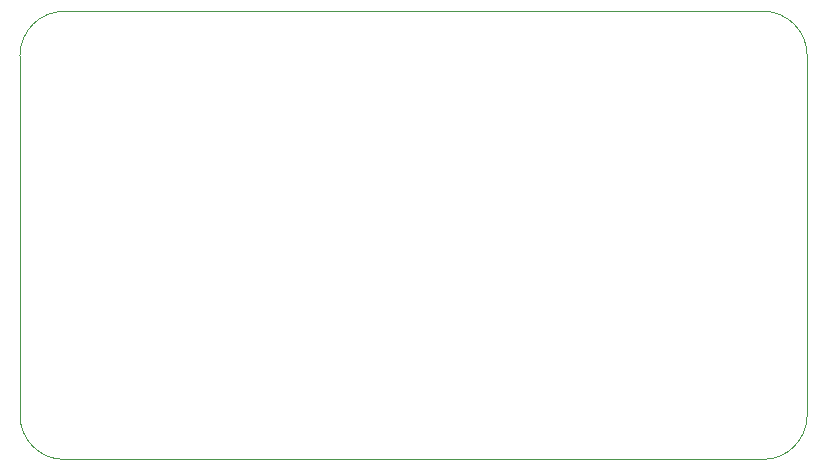
<source format=gm1>
G04 #@! TF.GenerationSoftware,KiCad,Pcbnew,8.0.1*
G04 #@! TF.CreationDate,2024-05-04T08:57:23+08:00*
G04 #@! TF.ProjectId,555Sandbox,35353553-616e-4646-926f-782e6b696361,rev?*
G04 #@! TF.SameCoordinates,Original*
G04 #@! TF.FileFunction,Profile,NP*
%FSLAX46Y46*%
G04 Gerber Fmt 4.6, Leading zero omitted, Abs format (unit mm)*
G04 Created by KiCad (PCBNEW 8.0.1) date 2024-05-04 08:57:23*
%MOMM*%
%LPD*%
G01*
G04 APERTURE LIST*
G04 #@! TA.AperFunction,Profile*
%ADD10C,0.050000*%
G04 #@! TD*
G04 APERTURE END LIST*
D10*
X141598350Y-97498350D02*
G75*
G02*
X137848350Y-101248350I-3750050J50D01*
G01*
X141598350Y-67048350D02*
X141598350Y-97498350D01*
X78700000Y-101250000D02*
G75*
G02*
X74950000Y-97500000I0J3750000D01*
G01*
X137848350Y-63298350D02*
G75*
G02*
X141598350Y-67048350I-50J-3750050D01*
G01*
X74950000Y-97500000D02*
X74950000Y-67050000D01*
X74950000Y-67050000D02*
G75*
G02*
X78700000Y-63300000I3750000J0D01*
G01*
X137848350Y-101248350D02*
X78700000Y-101250000D01*
X78700000Y-63300000D02*
X137848350Y-63298350D01*
M02*

</source>
